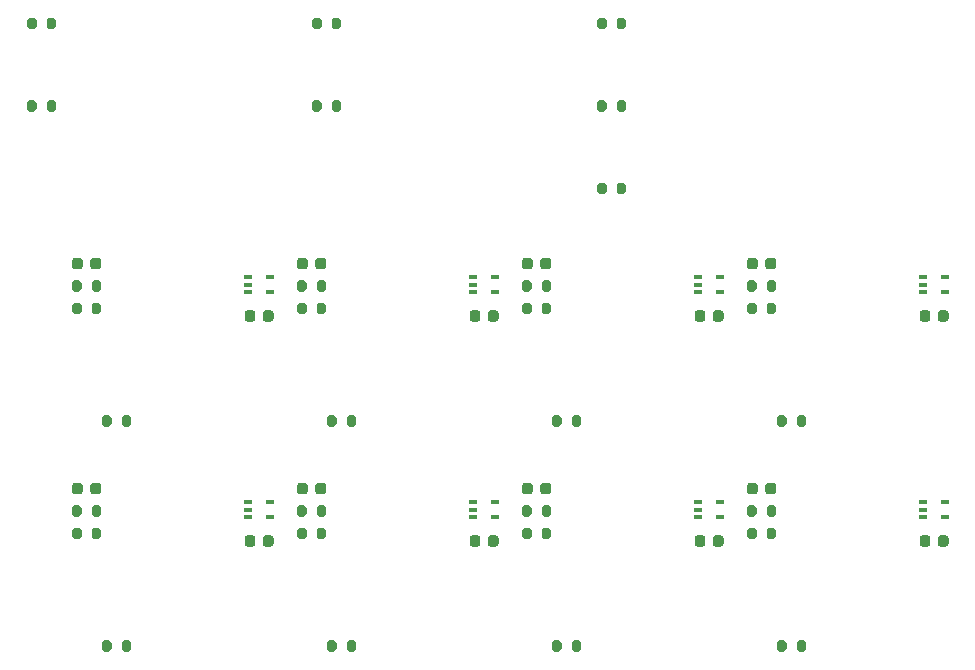
<source format=gbr>
%TF.GenerationSoftware,KiCad,Pcbnew,(5.1.9)-1*%
%TF.CreationDate,2021-05-31T11:25:02+02:00*%
%TF.ProjectId,RemoteCtrl,52656d6f-7465-4437-9472-6c2e6b696361,v0.1*%
%TF.SameCoordinates,Original*%
%TF.FileFunction,Paste,Bot*%
%TF.FilePolarity,Positive*%
%FSLAX46Y46*%
G04 Gerber Fmt 4.6, Leading zero omitted, Abs format (unit mm)*
G04 Created by KiCad (PCBNEW (5.1.9)-1) date 2021-05-31 11:25:02*
%MOMM*%
%LPD*%
G01*
G04 APERTURE LIST*
%ADD10R,0.650000X0.400000*%
G04 APERTURE END LIST*
D10*
%TO.C,U2*%
X123505000Y-91960000D03*
X123505000Y-90660000D03*
X121605000Y-91310000D03*
X121605000Y-90660000D03*
X121605000Y-91960000D03*
%TD*%
%TO.C,U5*%
X161605000Y-72910000D03*
X161605000Y-71610000D03*
X159705000Y-72260000D03*
X159705000Y-71610000D03*
X159705000Y-72910000D03*
%TD*%
%TO.C,C6*%
G36*
G01*
X141280000Y-74680000D02*
X141280000Y-75180000D01*
G75*
G02*
X141055000Y-75405000I-225000J0D01*
G01*
X140605000Y-75405000D01*
G75*
G02*
X140380000Y-75180000I0J225000D01*
G01*
X140380000Y-74680000D01*
G75*
G02*
X140605000Y-74455000I225000J0D01*
G01*
X141055000Y-74455000D01*
G75*
G02*
X141280000Y-74680000I0J-225000D01*
G01*
G37*
G36*
G01*
X142830000Y-74680000D02*
X142830000Y-75180000D01*
G75*
G02*
X142605000Y-75405000I-225000J0D01*
G01*
X142155000Y-75405000D01*
G75*
G02*
X141930000Y-75180000I0J225000D01*
G01*
X141930000Y-74680000D01*
G75*
G02*
X142155000Y-74455000I225000J0D01*
G01*
X142605000Y-74455000D01*
G75*
G02*
X142830000Y-74680000I0J-225000D01*
G01*
G37*
%TD*%
%TO.C,R2*%
G36*
G01*
X103715000Y-56875000D02*
X103715000Y-57425000D01*
G75*
G02*
X103515000Y-57625000I-200000J0D01*
G01*
X103115000Y-57625000D01*
G75*
G02*
X102915000Y-57425000I0J200000D01*
G01*
X102915000Y-56875000D01*
G75*
G02*
X103115000Y-56675000I200000J0D01*
G01*
X103515000Y-56675000D01*
G75*
G02*
X103715000Y-56875000I0J-200000D01*
G01*
G37*
G36*
G01*
X105365000Y-56875000D02*
X105365000Y-57425000D01*
G75*
G02*
X105165000Y-57625000I-200000J0D01*
G01*
X104765000Y-57625000D01*
G75*
G02*
X104565000Y-57425000I0J200000D01*
G01*
X104565000Y-56875000D01*
G75*
G02*
X104765000Y-56675000I200000J0D01*
G01*
X105165000Y-56675000D01*
G75*
G02*
X105365000Y-56875000I0J-200000D01*
G01*
G37*
%TD*%
%TO.C,R1*%
G36*
G01*
X103715000Y-49890000D02*
X103715000Y-50440000D01*
G75*
G02*
X103515000Y-50640000I-200000J0D01*
G01*
X103115000Y-50640000D01*
G75*
G02*
X102915000Y-50440000I0J200000D01*
G01*
X102915000Y-49890000D01*
G75*
G02*
X103115000Y-49690000I200000J0D01*
G01*
X103515000Y-49690000D01*
G75*
G02*
X103715000Y-49890000I0J-200000D01*
G01*
G37*
G36*
G01*
X105365000Y-49890000D02*
X105365000Y-50440000D01*
G75*
G02*
X105165000Y-50640000I-200000J0D01*
G01*
X104765000Y-50640000D01*
G75*
G02*
X104565000Y-50440000I0J200000D01*
G01*
X104565000Y-49890000D01*
G75*
G02*
X104765000Y-49690000I200000J0D01*
G01*
X105165000Y-49690000D01*
G75*
G02*
X105365000Y-49890000I0J-200000D01*
G01*
G37*
%TD*%
%TO.C,U8*%
X180655000Y-91960000D03*
X180655000Y-90660000D03*
X178755000Y-91310000D03*
X178755000Y-90660000D03*
X178755000Y-91960000D03*
%TD*%
%TO.C,U7*%
X180655000Y-72910000D03*
X180655000Y-71610000D03*
X178755000Y-72260000D03*
X178755000Y-71610000D03*
X178755000Y-72910000D03*
%TD*%
%TO.C,U6*%
X161605000Y-91960000D03*
X161605000Y-90660000D03*
X159705000Y-91310000D03*
X159705000Y-90660000D03*
X159705000Y-91960000D03*
%TD*%
%TO.C,U4*%
X142555000Y-91960000D03*
X142555000Y-90660000D03*
X140655000Y-91310000D03*
X140655000Y-90660000D03*
X140655000Y-91960000D03*
%TD*%
%TO.C,U3*%
X142555000Y-72910000D03*
X142555000Y-71610000D03*
X140655000Y-72260000D03*
X140655000Y-71610000D03*
X140655000Y-72910000D03*
%TD*%
%TO.C,U1*%
X123505000Y-72910000D03*
X123505000Y-71610000D03*
X121605000Y-72260000D03*
X121605000Y-71610000D03*
X121605000Y-72910000D03*
%TD*%
%TO.C,R35*%
G36*
G01*
X165525000Y-91715000D02*
X165525000Y-91165000D01*
G75*
G02*
X165725000Y-90965000I200000J0D01*
G01*
X166125000Y-90965000D01*
G75*
G02*
X166325000Y-91165000I0J-200000D01*
G01*
X166325000Y-91715000D01*
G75*
G02*
X166125000Y-91915000I-200000J0D01*
G01*
X165725000Y-91915000D01*
G75*
G02*
X165525000Y-91715000I0J200000D01*
G01*
G37*
G36*
G01*
X163875000Y-91715000D02*
X163875000Y-91165000D01*
G75*
G02*
X164075000Y-90965000I200000J0D01*
G01*
X164475000Y-90965000D01*
G75*
G02*
X164675000Y-91165000I0J-200000D01*
G01*
X164675000Y-91715000D01*
G75*
G02*
X164475000Y-91915000I-200000J0D01*
G01*
X164075000Y-91915000D01*
G75*
G02*
X163875000Y-91715000I0J200000D01*
G01*
G37*
%TD*%
%TO.C,R34*%
G36*
G01*
X165525000Y-93620000D02*
X165525000Y-93070000D01*
G75*
G02*
X165725000Y-92870000I200000J0D01*
G01*
X166125000Y-92870000D01*
G75*
G02*
X166325000Y-93070000I0J-200000D01*
G01*
X166325000Y-93620000D01*
G75*
G02*
X166125000Y-93820000I-200000J0D01*
G01*
X165725000Y-93820000D01*
G75*
G02*
X165525000Y-93620000I0J200000D01*
G01*
G37*
G36*
G01*
X163875000Y-93620000D02*
X163875000Y-93070000D01*
G75*
G02*
X164075000Y-92870000I200000J0D01*
G01*
X164475000Y-92870000D01*
G75*
G02*
X164675000Y-93070000I0J-200000D01*
G01*
X164675000Y-93620000D01*
G75*
G02*
X164475000Y-93820000I-200000J0D01*
G01*
X164075000Y-93820000D01*
G75*
G02*
X163875000Y-93620000I0J200000D01*
G01*
G37*
%TD*%
%TO.C,R33*%
G36*
G01*
X167215000Y-102595000D02*
X167215000Y-103145000D01*
G75*
G02*
X167015000Y-103345000I-200000J0D01*
G01*
X166615000Y-103345000D01*
G75*
G02*
X166415000Y-103145000I0J200000D01*
G01*
X166415000Y-102595000D01*
G75*
G02*
X166615000Y-102395000I200000J0D01*
G01*
X167015000Y-102395000D01*
G75*
G02*
X167215000Y-102595000I0J-200000D01*
G01*
G37*
G36*
G01*
X168865000Y-102595000D02*
X168865000Y-103145000D01*
G75*
G02*
X168665000Y-103345000I-200000J0D01*
G01*
X168265000Y-103345000D01*
G75*
G02*
X168065000Y-103145000I0J200000D01*
G01*
X168065000Y-102595000D01*
G75*
G02*
X168265000Y-102395000I200000J0D01*
G01*
X168665000Y-102395000D01*
G75*
G02*
X168865000Y-102595000I0J-200000D01*
G01*
G37*
%TD*%
%TO.C,R32*%
G36*
G01*
X165525000Y-72665000D02*
X165525000Y-72115000D01*
G75*
G02*
X165725000Y-71915000I200000J0D01*
G01*
X166125000Y-71915000D01*
G75*
G02*
X166325000Y-72115000I0J-200000D01*
G01*
X166325000Y-72665000D01*
G75*
G02*
X166125000Y-72865000I-200000J0D01*
G01*
X165725000Y-72865000D01*
G75*
G02*
X165525000Y-72665000I0J200000D01*
G01*
G37*
G36*
G01*
X163875000Y-72665000D02*
X163875000Y-72115000D01*
G75*
G02*
X164075000Y-71915000I200000J0D01*
G01*
X164475000Y-71915000D01*
G75*
G02*
X164675000Y-72115000I0J-200000D01*
G01*
X164675000Y-72665000D01*
G75*
G02*
X164475000Y-72865000I-200000J0D01*
G01*
X164075000Y-72865000D01*
G75*
G02*
X163875000Y-72665000I0J200000D01*
G01*
G37*
%TD*%
%TO.C,R31*%
G36*
G01*
X165525000Y-74570000D02*
X165525000Y-74020000D01*
G75*
G02*
X165725000Y-73820000I200000J0D01*
G01*
X166125000Y-73820000D01*
G75*
G02*
X166325000Y-74020000I0J-200000D01*
G01*
X166325000Y-74570000D01*
G75*
G02*
X166125000Y-74770000I-200000J0D01*
G01*
X165725000Y-74770000D01*
G75*
G02*
X165525000Y-74570000I0J200000D01*
G01*
G37*
G36*
G01*
X163875000Y-74570000D02*
X163875000Y-74020000D01*
G75*
G02*
X164075000Y-73820000I200000J0D01*
G01*
X164475000Y-73820000D01*
G75*
G02*
X164675000Y-74020000I0J-200000D01*
G01*
X164675000Y-74570000D01*
G75*
G02*
X164475000Y-74770000I-200000J0D01*
G01*
X164075000Y-74770000D01*
G75*
G02*
X163875000Y-74570000I0J200000D01*
G01*
G37*
%TD*%
%TO.C,R30*%
G36*
G01*
X167215000Y-83545000D02*
X167215000Y-84095000D01*
G75*
G02*
X167015000Y-84295000I-200000J0D01*
G01*
X166615000Y-84295000D01*
G75*
G02*
X166415000Y-84095000I0J200000D01*
G01*
X166415000Y-83545000D01*
G75*
G02*
X166615000Y-83345000I200000J0D01*
G01*
X167015000Y-83345000D01*
G75*
G02*
X167215000Y-83545000I0J-200000D01*
G01*
G37*
G36*
G01*
X168865000Y-83545000D02*
X168865000Y-84095000D01*
G75*
G02*
X168665000Y-84295000I-200000J0D01*
G01*
X168265000Y-84295000D01*
G75*
G02*
X168065000Y-84095000I0J200000D01*
G01*
X168065000Y-83545000D01*
G75*
G02*
X168265000Y-83345000I200000J0D01*
G01*
X168665000Y-83345000D01*
G75*
G02*
X168865000Y-83545000I0J-200000D01*
G01*
G37*
%TD*%
%TO.C,R29*%
G36*
G01*
X146475000Y-91715000D02*
X146475000Y-91165000D01*
G75*
G02*
X146675000Y-90965000I200000J0D01*
G01*
X147075000Y-90965000D01*
G75*
G02*
X147275000Y-91165000I0J-200000D01*
G01*
X147275000Y-91715000D01*
G75*
G02*
X147075000Y-91915000I-200000J0D01*
G01*
X146675000Y-91915000D01*
G75*
G02*
X146475000Y-91715000I0J200000D01*
G01*
G37*
G36*
G01*
X144825000Y-91715000D02*
X144825000Y-91165000D01*
G75*
G02*
X145025000Y-90965000I200000J0D01*
G01*
X145425000Y-90965000D01*
G75*
G02*
X145625000Y-91165000I0J-200000D01*
G01*
X145625000Y-91715000D01*
G75*
G02*
X145425000Y-91915000I-200000J0D01*
G01*
X145025000Y-91915000D01*
G75*
G02*
X144825000Y-91715000I0J200000D01*
G01*
G37*
%TD*%
%TO.C,R28*%
G36*
G01*
X146475000Y-93620000D02*
X146475000Y-93070000D01*
G75*
G02*
X146675000Y-92870000I200000J0D01*
G01*
X147075000Y-92870000D01*
G75*
G02*
X147275000Y-93070000I0J-200000D01*
G01*
X147275000Y-93620000D01*
G75*
G02*
X147075000Y-93820000I-200000J0D01*
G01*
X146675000Y-93820000D01*
G75*
G02*
X146475000Y-93620000I0J200000D01*
G01*
G37*
G36*
G01*
X144825000Y-93620000D02*
X144825000Y-93070000D01*
G75*
G02*
X145025000Y-92870000I200000J0D01*
G01*
X145425000Y-92870000D01*
G75*
G02*
X145625000Y-93070000I0J-200000D01*
G01*
X145625000Y-93620000D01*
G75*
G02*
X145425000Y-93820000I-200000J0D01*
G01*
X145025000Y-93820000D01*
G75*
G02*
X144825000Y-93620000I0J200000D01*
G01*
G37*
%TD*%
%TO.C,R27*%
G36*
G01*
X148165000Y-102595000D02*
X148165000Y-103145000D01*
G75*
G02*
X147965000Y-103345000I-200000J0D01*
G01*
X147565000Y-103345000D01*
G75*
G02*
X147365000Y-103145000I0J200000D01*
G01*
X147365000Y-102595000D01*
G75*
G02*
X147565000Y-102395000I200000J0D01*
G01*
X147965000Y-102395000D01*
G75*
G02*
X148165000Y-102595000I0J-200000D01*
G01*
G37*
G36*
G01*
X149815000Y-102595000D02*
X149815000Y-103145000D01*
G75*
G02*
X149615000Y-103345000I-200000J0D01*
G01*
X149215000Y-103345000D01*
G75*
G02*
X149015000Y-103145000I0J200000D01*
G01*
X149015000Y-102595000D01*
G75*
G02*
X149215000Y-102395000I200000J0D01*
G01*
X149615000Y-102395000D01*
G75*
G02*
X149815000Y-102595000I0J-200000D01*
G01*
G37*
%TD*%
%TO.C,R26*%
G36*
G01*
X146475000Y-72665000D02*
X146475000Y-72115000D01*
G75*
G02*
X146675000Y-71915000I200000J0D01*
G01*
X147075000Y-71915000D01*
G75*
G02*
X147275000Y-72115000I0J-200000D01*
G01*
X147275000Y-72665000D01*
G75*
G02*
X147075000Y-72865000I-200000J0D01*
G01*
X146675000Y-72865000D01*
G75*
G02*
X146475000Y-72665000I0J200000D01*
G01*
G37*
G36*
G01*
X144825000Y-72665000D02*
X144825000Y-72115000D01*
G75*
G02*
X145025000Y-71915000I200000J0D01*
G01*
X145425000Y-71915000D01*
G75*
G02*
X145625000Y-72115000I0J-200000D01*
G01*
X145625000Y-72665000D01*
G75*
G02*
X145425000Y-72865000I-200000J0D01*
G01*
X145025000Y-72865000D01*
G75*
G02*
X144825000Y-72665000I0J200000D01*
G01*
G37*
%TD*%
%TO.C,R25*%
G36*
G01*
X146475000Y-74570000D02*
X146475000Y-74020000D01*
G75*
G02*
X146675000Y-73820000I200000J0D01*
G01*
X147075000Y-73820000D01*
G75*
G02*
X147275000Y-74020000I0J-200000D01*
G01*
X147275000Y-74570000D01*
G75*
G02*
X147075000Y-74770000I-200000J0D01*
G01*
X146675000Y-74770000D01*
G75*
G02*
X146475000Y-74570000I0J200000D01*
G01*
G37*
G36*
G01*
X144825000Y-74570000D02*
X144825000Y-74020000D01*
G75*
G02*
X145025000Y-73820000I200000J0D01*
G01*
X145425000Y-73820000D01*
G75*
G02*
X145625000Y-74020000I0J-200000D01*
G01*
X145625000Y-74570000D01*
G75*
G02*
X145425000Y-74770000I-200000J0D01*
G01*
X145025000Y-74770000D01*
G75*
G02*
X144825000Y-74570000I0J200000D01*
G01*
G37*
%TD*%
%TO.C,R24*%
G36*
G01*
X148165000Y-83545000D02*
X148165000Y-84095000D01*
G75*
G02*
X147965000Y-84295000I-200000J0D01*
G01*
X147565000Y-84295000D01*
G75*
G02*
X147365000Y-84095000I0J200000D01*
G01*
X147365000Y-83545000D01*
G75*
G02*
X147565000Y-83345000I200000J0D01*
G01*
X147965000Y-83345000D01*
G75*
G02*
X148165000Y-83545000I0J-200000D01*
G01*
G37*
G36*
G01*
X149815000Y-83545000D02*
X149815000Y-84095000D01*
G75*
G02*
X149615000Y-84295000I-200000J0D01*
G01*
X149215000Y-84295000D01*
G75*
G02*
X149015000Y-84095000I0J200000D01*
G01*
X149015000Y-83545000D01*
G75*
G02*
X149215000Y-83345000I200000J0D01*
G01*
X149615000Y-83345000D01*
G75*
G02*
X149815000Y-83545000I0J-200000D01*
G01*
G37*
%TD*%
%TO.C,R23*%
G36*
G01*
X127425000Y-91715000D02*
X127425000Y-91165000D01*
G75*
G02*
X127625000Y-90965000I200000J0D01*
G01*
X128025000Y-90965000D01*
G75*
G02*
X128225000Y-91165000I0J-200000D01*
G01*
X128225000Y-91715000D01*
G75*
G02*
X128025000Y-91915000I-200000J0D01*
G01*
X127625000Y-91915000D01*
G75*
G02*
X127425000Y-91715000I0J200000D01*
G01*
G37*
G36*
G01*
X125775000Y-91715000D02*
X125775000Y-91165000D01*
G75*
G02*
X125975000Y-90965000I200000J0D01*
G01*
X126375000Y-90965000D01*
G75*
G02*
X126575000Y-91165000I0J-200000D01*
G01*
X126575000Y-91715000D01*
G75*
G02*
X126375000Y-91915000I-200000J0D01*
G01*
X125975000Y-91915000D01*
G75*
G02*
X125775000Y-91715000I0J200000D01*
G01*
G37*
%TD*%
%TO.C,R22*%
G36*
G01*
X127425000Y-93620000D02*
X127425000Y-93070000D01*
G75*
G02*
X127625000Y-92870000I200000J0D01*
G01*
X128025000Y-92870000D01*
G75*
G02*
X128225000Y-93070000I0J-200000D01*
G01*
X128225000Y-93620000D01*
G75*
G02*
X128025000Y-93820000I-200000J0D01*
G01*
X127625000Y-93820000D01*
G75*
G02*
X127425000Y-93620000I0J200000D01*
G01*
G37*
G36*
G01*
X125775000Y-93620000D02*
X125775000Y-93070000D01*
G75*
G02*
X125975000Y-92870000I200000J0D01*
G01*
X126375000Y-92870000D01*
G75*
G02*
X126575000Y-93070000I0J-200000D01*
G01*
X126575000Y-93620000D01*
G75*
G02*
X126375000Y-93820000I-200000J0D01*
G01*
X125975000Y-93820000D01*
G75*
G02*
X125775000Y-93620000I0J200000D01*
G01*
G37*
%TD*%
%TO.C,R21*%
G36*
G01*
X129115000Y-102595000D02*
X129115000Y-103145000D01*
G75*
G02*
X128915000Y-103345000I-200000J0D01*
G01*
X128515000Y-103345000D01*
G75*
G02*
X128315000Y-103145000I0J200000D01*
G01*
X128315000Y-102595000D01*
G75*
G02*
X128515000Y-102395000I200000J0D01*
G01*
X128915000Y-102395000D01*
G75*
G02*
X129115000Y-102595000I0J-200000D01*
G01*
G37*
G36*
G01*
X130765000Y-102595000D02*
X130765000Y-103145000D01*
G75*
G02*
X130565000Y-103345000I-200000J0D01*
G01*
X130165000Y-103345000D01*
G75*
G02*
X129965000Y-103145000I0J200000D01*
G01*
X129965000Y-102595000D01*
G75*
G02*
X130165000Y-102395000I200000J0D01*
G01*
X130565000Y-102395000D01*
G75*
G02*
X130765000Y-102595000I0J-200000D01*
G01*
G37*
%TD*%
%TO.C,R20*%
G36*
G01*
X127425000Y-72665000D02*
X127425000Y-72115000D01*
G75*
G02*
X127625000Y-71915000I200000J0D01*
G01*
X128025000Y-71915000D01*
G75*
G02*
X128225000Y-72115000I0J-200000D01*
G01*
X128225000Y-72665000D01*
G75*
G02*
X128025000Y-72865000I-200000J0D01*
G01*
X127625000Y-72865000D01*
G75*
G02*
X127425000Y-72665000I0J200000D01*
G01*
G37*
G36*
G01*
X125775000Y-72665000D02*
X125775000Y-72115000D01*
G75*
G02*
X125975000Y-71915000I200000J0D01*
G01*
X126375000Y-71915000D01*
G75*
G02*
X126575000Y-72115000I0J-200000D01*
G01*
X126575000Y-72665000D01*
G75*
G02*
X126375000Y-72865000I-200000J0D01*
G01*
X125975000Y-72865000D01*
G75*
G02*
X125775000Y-72665000I0J200000D01*
G01*
G37*
%TD*%
%TO.C,R19*%
G36*
G01*
X127425000Y-74570000D02*
X127425000Y-74020000D01*
G75*
G02*
X127625000Y-73820000I200000J0D01*
G01*
X128025000Y-73820000D01*
G75*
G02*
X128225000Y-74020000I0J-200000D01*
G01*
X128225000Y-74570000D01*
G75*
G02*
X128025000Y-74770000I-200000J0D01*
G01*
X127625000Y-74770000D01*
G75*
G02*
X127425000Y-74570000I0J200000D01*
G01*
G37*
G36*
G01*
X125775000Y-74570000D02*
X125775000Y-74020000D01*
G75*
G02*
X125975000Y-73820000I200000J0D01*
G01*
X126375000Y-73820000D01*
G75*
G02*
X126575000Y-74020000I0J-200000D01*
G01*
X126575000Y-74570000D01*
G75*
G02*
X126375000Y-74770000I-200000J0D01*
G01*
X125975000Y-74770000D01*
G75*
G02*
X125775000Y-74570000I0J200000D01*
G01*
G37*
%TD*%
%TO.C,R18*%
G36*
G01*
X129115000Y-83545000D02*
X129115000Y-84095000D01*
G75*
G02*
X128915000Y-84295000I-200000J0D01*
G01*
X128515000Y-84295000D01*
G75*
G02*
X128315000Y-84095000I0J200000D01*
G01*
X128315000Y-83545000D01*
G75*
G02*
X128515000Y-83345000I200000J0D01*
G01*
X128915000Y-83345000D01*
G75*
G02*
X129115000Y-83545000I0J-200000D01*
G01*
G37*
G36*
G01*
X130765000Y-83545000D02*
X130765000Y-84095000D01*
G75*
G02*
X130565000Y-84295000I-200000J0D01*
G01*
X130165000Y-84295000D01*
G75*
G02*
X129965000Y-84095000I0J200000D01*
G01*
X129965000Y-83545000D01*
G75*
G02*
X130165000Y-83345000I200000J0D01*
G01*
X130565000Y-83345000D01*
G75*
G02*
X130765000Y-83545000I0J-200000D01*
G01*
G37*
%TD*%
%TO.C,R17*%
G36*
G01*
X108375000Y-91715000D02*
X108375000Y-91165000D01*
G75*
G02*
X108575000Y-90965000I200000J0D01*
G01*
X108975000Y-90965000D01*
G75*
G02*
X109175000Y-91165000I0J-200000D01*
G01*
X109175000Y-91715000D01*
G75*
G02*
X108975000Y-91915000I-200000J0D01*
G01*
X108575000Y-91915000D01*
G75*
G02*
X108375000Y-91715000I0J200000D01*
G01*
G37*
G36*
G01*
X106725000Y-91715000D02*
X106725000Y-91165000D01*
G75*
G02*
X106925000Y-90965000I200000J0D01*
G01*
X107325000Y-90965000D01*
G75*
G02*
X107525000Y-91165000I0J-200000D01*
G01*
X107525000Y-91715000D01*
G75*
G02*
X107325000Y-91915000I-200000J0D01*
G01*
X106925000Y-91915000D01*
G75*
G02*
X106725000Y-91715000I0J200000D01*
G01*
G37*
%TD*%
%TO.C,R16*%
G36*
G01*
X108375000Y-93620000D02*
X108375000Y-93070000D01*
G75*
G02*
X108575000Y-92870000I200000J0D01*
G01*
X108975000Y-92870000D01*
G75*
G02*
X109175000Y-93070000I0J-200000D01*
G01*
X109175000Y-93620000D01*
G75*
G02*
X108975000Y-93820000I-200000J0D01*
G01*
X108575000Y-93820000D01*
G75*
G02*
X108375000Y-93620000I0J200000D01*
G01*
G37*
G36*
G01*
X106725000Y-93620000D02*
X106725000Y-93070000D01*
G75*
G02*
X106925000Y-92870000I200000J0D01*
G01*
X107325000Y-92870000D01*
G75*
G02*
X107525000Y-93070000I0J-200000D01*
G01*
X107525000Y-93620000D01*
G75*
G02*
X107325000Y-93820000I-200000J0D01*
G01*
X106925000Y-93820000D01*
G75*
G02*
X106725000Y-93620000I0J200000D01*
G01*
G37*
%TD*%
%TO.C,R15*%
G36*
G01*
X110065000Y-102595000D02*
X110065000Y-103145000D01*
G75*
G02*
X109865000Y-103345000I-200000J0D01*
G01*
X109465000Y-103345000D01*
G75*
G02*
X109265000Y-103145000I0J200000D01*
G01*
X109265000Y-102595000D01*
G75*
G02*
X109465000Y-102395000I200000J0D01*
G01*
X109865000Y-102395000D01*
G75*
G02*
X110065000Y-102595000I0J-200000D01*
G01*
G37*
G36*
G01*
X111715000Y-102595000D02*
X111715000Y-103145000D01*
G75*
G02*
X111515000Y-103345000I-200000J0D01*
G01*
X111115000Y-103345000D01*
G75*
G02*
X110915000Y-103145000I0J200000D01*
G01*
X110915000Y-102595000D01*
G75*
G02*
X111115000Y-102395000I200000J0D01*
G01*
X111515000Y-102395000D01*
G75*
G02*
X111715000Y-102595000I0J-200000D01*
G01*
G37*
%TD*%
%TO.C,R14*%
G36*
G01*
X108375000Y-72665000D02*
X108375000Y-72115000D01*
G75*
G02*
X108575000Y-71915000I200000J0D01*
G01*
X108975000Y-71915000D01*
G75*
G02*
X109175000Y-72115000I0J-200000D01*
G01*
X109175000Y-72665000D01*
G75*
G02*
X108975000Y-72865000I-200000J0D01*
G01*
X108575000Y-72865000D01*
G75*
G02*
X108375000Y-72665000I0J200000D01*
G01*
G37*
G36*
G01*
X106725000Y-72665000D02*
X106725000Y-72115000D01*
G75*
G02*
X106925000Y-71915000I200000J0D01*
G01*
X107325000Y-71915000D01*
G75*
G02*
X107525000Y-72115000I0J-200000D01*
G01*
X107525000Y-72665000D01*
G75*
G02*
X107325000Y-72865000I-200000J0D01*
G01*
X106925000Y-72865000D01*
G75*
G02*
X106725000Y-72665000I0J200000D01*
G01*
G37*
%TD*%
%TO.C,R13*%
G36*
G01*
X108375000Y-74570000D02*
X108375000Y-74020000D01*
G75*
G02*
X108575000Y-73820000I200000J0D01*
G01*
X108975000Y-73820000D01*
G75*
G02*
X109175000Y-74020000I0J-200000D01*
G01*
X109175000Y-74570000D01*
G75*
G02*
X108975000Y-74770000I-200000J0D01*
G01*
X108575000Y-74770000D01*
G75*
G02*
X108375000Y-74570000I0J200000D01*
G01*
G37*
G36*
G01*
X106725000Y-74570000D02*
X106725000Y-74020000D01*
G75*
G02*
X106925000Y-73820000I200000J0D01*
G01*
X107325000Y-73820000D01*
G75*
G02*
X107525000Y-74020000I0J-200000D01*
G01*
X107525000Y-74570000D01*
G75*
G02*
X107325000Y-74770000I-200000J0D01*
G01*
X106925000Y-74770000D01*
G75*
G02*
X106725000Y-74570000I0J200000D01*
G01*
G37*
%TD*%
%TO.C,R12*%
G36*
G01*
X110065000Y-83545000D02*
X110065000Y-84095000D01*
G75*
G02*
X109865000Y-84295000I-200000J0D01*
G01*
X109465000Y-84295000D01*
G75*
G02*
X109265000Y-84095000I0J200000D01*
G01*
X109265000Y-83545000D01*
G75*
G02*
X109465000Y-83345000I200000J0D01*
G01*
X109865000Y-83345000D01*
G75*
G02*
X110065000Y-83545000I0J-200000D01*
G01*
G37*
G36*
G01*
X111715000Y-83545000D02*
X111715000Y-84095000D01*
G75*
G02*
X111515000Y-84295000I-200000J0D01*
G01*
X111115000Y-84295000D01*
G75*
G02*
X110915000Y-84095000I0J200000D01*
G01*
X110915000Y-83545000D01*
G75*
G02*
X111115000Y-83345000I200000J0D01*
G01*
X111515000Y-83345000D01*
G75*
G02*
X111715000Y-83545000I0J-200000D01*
G01*
G37*
%TD*%
%TO.C,R11*%
G36*
G01*
X151975000Y-63860000D02*
X151975000Y-64410000D01*
G75*
G02*
X151775000Y-64610000I-200000J0D01*
G01*
X151375000Y-64610000D01*
G75*
G02*
X151175000Y-64410000I0J200000D01*
G01*
X151175000Y-63860000D01*
G75*
G02*
X151375000Y-63660000I200000J0D01*
G01*
X151775000Y-63660000D01*
G75*
G02*
X151975000Y-63860000I0J-200000D01*
G01*
G37*
G36*
G01*
X153625000Y-63860000D02*
X153625000Y-64410000D01*
G75*
G02*
X153425000Y-64610000I-200000J0D01*
G01*
X153025000Y-64610000D01*
G75*
G02*
X152825000Y-64410000I0J200000D01*
G01*
X152825000Y-63860000D01*
G75*
G02*
X153025000Y-63660000I200000J0D01*
G01*
X153425000Y-63660000D01*
G75*
G02*
X153625000Y-63860000I0J-200000D01*
G01*
G37*
%TD*%
%TO.C,R10*%
G36*
G01*
X151975000Y-56875000D02*
X151975000Y-57425000D01*
G75*
G02*
X151775000Y-57625000I-200000J0D01*
G01*
X151375000Y-57625000D01*
G75*
G02*
X151175000Y-57425000I0J200000D01*
G01*
X151175000Y-56875000D01*
G75*
G02*
X151375000Y-56675000I200000J0D01*
G01*
X151775000Y-56675000D01*
G75*
G02*
X151975000Y-56875000I0J-200000D01*
G01*
G37*
G36*
G01*
X153625000Y-56875000D02*
X153625000Y-57425000D01*
G75*
G02*
X153425000Y-57625000I-200000J0D01*
G01*
X153025000Y-57625000D01*
G75*
G02*
X152825000Y-57425000I0J200000D01*
G01*
X152825000Y-56875000D01*
G75*
G02*
X153025000Y-56675000I200000J0D01*
G01*
X153425000Y-56675000D01*
G75*
G02*
X153625000Y-56875000I0J-200000D01*
G01*
G37*
%TD*%
%TO.C,R9*%
G36*
G01*
X151975000Y-49890000D02*
X151975000Y-50440000D01*
G75*
G02*
X151775000Y-50640000I-200000J0D01*
G01*
X151375000Y-50640000D01*
G75*
G02*
X151175000Y-50440000I0J200000D01*
G01*
X151175000Y-49890000D01*
G75*
G02*
X151375000Y-49690000I200000J0D01*
G01*
X151775000Y-49690000D01*
G75*
G02*
X151975000Y-49890000I0J-200000D01*
G01*
G37*
G36*
G01*
X153625000Y-49890000D02*
X153625000Y-50440000D01*
G75*
G02*
X153425000Y-50640000I-200000J0D01*
G01*
X153025000Y-50640000D01*
G75*
G02*
X152825000Y-50440000I0J200000D01*
G01*
X152825000Y-49890000D01*
G75*
G02*
X153025000Y-49690000I200000J0D01*
G01*
X153425000Y-49690000D01*
G75*
G02*
X153625000Y-49890000I0J-200000D01*
G01*
G37*
%TD*%
%TO.C,R8*%
G36*
G01*
X127845000Y-49890000D02*
X127845000Y-50440000D01*
G75*
G02*
X127645000Y-50640000I-200000J0D01*
G01*
X127245000Y-50640000D01*
G75*
G02*
X127045000Y-50440000I0J200000D01*
G01*
X127045000Y-49890000D01*
G75*
G02*
X127245000Y-49690000I200000J0D01*
G01*
X127645000Y-49690000D01*
G75*
G02*
X127845000Y-49890000I0J-200000D01*
G01*
G37*
G36*
G01*
X129495000Y-49890000D02*
X129495000Y-50440000D01*
G75*
G02*
X129295000Y-50640000I-200000J0D01*
G01*
X128895000Y-50640000D01*
G75*
G02*
X128695000Y-50440000I0J200000D01*
G01*
X128695000Y-49890000D01*
G75*
G02*
X128895000Y-49690000I200000J0D01*
G01*
X129295000Y-49690000D01*
G75*
G02*
X129495000Y-49890000I0J-200000D01*
G01*
G37*
%TD*%
%TO.C,R7*%
G36*
G01*
X127845000Y-56875000D02*
X127845000Y-57425000D01*
G75*
G02*
X127645000Y-57625000I-200000J0D01*
G01*
X127245000Y-57625000D01*
G75*
G02*
X127045000Y-57425000I0J200000D01*
G01*
X127045000Y-56875000D01*
G75*
G02*
X127245000Y-56675000I200000J0D01*
G01*
X127645000Y-56675000D01*
G75*
G02*
X127845000Y-56875000I0J-200000D01*
G01*
G37*
G36*
G01*
X129495000Y-56875000D02*
X129495000Y-57425000D01*
G75*
G02*
X129295000Y-57625000I-200000J0D01*
G01*
X128895000Y-57625000D01*
G75*
G02*
X128695000Y-57425000I0J200000D01*
G01*
X128695000Y-56875000D01*
G75*
G02*
X128895000Y-56675000I200000J0D01*
G01*
X129295000Y-56675000D01*
G75*
G02*
X129495000Y-56875000I0J-200000D01*
G01*
G37*
%TD*%
%TO.C,C16*%
G36*
G01*
X179380000Y-93730000D02*
X179380000Y-94230000D01*
G75*
G02*
X179155000Y-94455000I-225000J0D01*
G01*
X178705000Y-94455000D01*
G75*
G02*
X178480000Y-94230000I0J225000D01*
G01*
X178480000Y-93730000D01*
G75*
G02*
X178705000Y-93505000I225000J0D01*
G01*
X179155000Y-93505000D01*
G75*
G02*
X179380000Y-93730000I0J-225000D01*
G01*
G37*
G36*
G01*
X180930000Y-93730000D02*
X180930000Y-94230000D01*
G75*
G02*
X180705000Y-94455000I-225000J0D01*
G01*
X180255000Y-94455000D01*
G75*
G02*
X180030000Y-94230000I0J225000D01*
G01*
X180030000Y-93730000D01*
G75*
G02*
X180255000Y-93505000I225000J0D01*
G01*
X180705000Y-93505000D01*
G75*
G02*
X180930000Y-93730000I0J-225000D01*
G01*
G37*
%TD*%
%TO.C,C15*%
G36*
G01*
X165425000Y-89785000D02*
X165425000Y-89285000D01*
G75*
G02*
X165650000Y-89060000I225000J0D01*
G01*
X166100000Y-89060000D01*
G75*
G02*
X166325000Y-89285000I0J-225000D01*
G01*
X166325000Y-89785000D01*
G75*
G02*
X166100000Y-90010000I-225000J0D01*
G01*
X165650000Y-90010000D01*
G75*
G02*
X165425000Y-89785000I0J225000D01*
G01*
G37*
G36*
G01*
X163875000Y-89785000D02*
X163875000Y-89285000D01*
G75*
G02*
X164100000Y-89060000I225000J0D01*
G01*
X164550000Y-89060000D01*
G75*
G02*
X164775000Y-89285000I0J-225000D01*
G01*
X164775000Y-89785000D01*
G75*
G02*
X164550000Y-90010000I-225000J0D01*
G01*
X164100000Y-90010000D01*
G75*
G02*
X163875000Y-89785000I0J225000D01*
G01*
G37*
%TD*%
%TO.C,C14*%
G36*
G01*
X179380000Y-74680000D02*
X179380000Y-75180000D01*
G75*
G02*
X179155000Y-75405000I-225000J0D01*
G01*
X178705000Y-75405000D01*
G75*
G02*
X178480000Y-75180000I0J225000D01*
G01*
X178480000Y-74680000D01*
G75*
G02*
X178705000Y-74455000I225000J0D01*
G01*
X179155000Y-74455000D01*
G75*
G02*
X179380000Y-74680000I0J-225000D01*
G01*
G37*
G36*
G01*
X180930000Y-74680000D02*
X180930000Y-75180000D01*
G75*
G02*
X180705000Y-75405000I-225000J0D01*
G01*
X180255000Y-75405000D01*
G75*
G02*
X180030000Y-75180000I0J225000D01*
G01*
X180030000Y-74680000D01*
G75*
G02*
X180255000Y-74455000I225000J0D01*
G01*
X180705000Y-74455000D01*
G75*
G02*
X180930000Y-74680000I0J-225000D01*
G01*
G37*
%TD*%
%TO.C,C13*%
G36*
G01*
X165425000Y-70735000D02*
X165425000Y-70235000D01*
G75*
G02*
X165650000Y-70010000I225000J0D01*
G01*
X166100000Y-70010000D01*
G75*
G02*
X166325000Y-70235000I0J-225000D01*
G01*
X166325000Y-70735000D01*
G75*
G02*
X166100000Y-70960000I-225000J0D01*
G01*
X165650000Y-70960000D01*
G75*
G02*
X165425000Y-70735000I0J225000D01*
G01*
G37*
G36*
G01*
X163875000Y-70735000D02*
X163875000Y-70235000D01*
G75*
G02*
X164100000Y-70010000I225000J0D01*
G01*
X164550000Y-70010000D01*
G75*
G02*
X164775000Y-70235000I0J-225000D01*
G01*
X164775000Y-70735000D01*
G75*
G02*
X164550000Y-70960000I-225000J0D01*
G01*
X164100000Y-70960000D01*
G75*
G02*
X163875000Y-70735000I0J225000D01*
G01*
G37*
%TD*%
%TO.C,C12*%
G36*
G01*
X160330000Y-93730000D02*
X160330000Y-94230000D01*
G75*
G02*
X160105000Y-94455000I-225000J0D01*
G01*
X159655000Y-94455000D01*
G75*
G02*
X159430000Y-94230000I0J225000D01*
G01*
X159430000Y-93730000D01*
G75*
G02*
X159655000Y-93505000I225000J0D01*
G01*
X160105000Y-93505000D01*
G75*
G02*
X160330000Y-93730000I0J-225000D01*
G01*
G37*
G36*
G01*
X161880000Y-93730000D02*
X161880000Y-94230000D01*
G75*
G02*
X161655000Y-94455000I-225000J0D01*
G01*
X161205000Y-94455000D01*
G75*
G02*
X160980000Y-94230000I0J225000D01*
G01*
X160980000Y-93730000D01*
G75*
G02*
X161205000Y-93505000I225000J0D01*
G01*
X161655000Y-93505000D01*
G75*
G02*
X161880000Y-93730000I0J-225000D01*
G01*
G37*
%TD*%
%TO.C,C11*%
G36*
G01*
X146375000Y-89785000D02*
X146375000Y-89285000D01*
G75*
G02*
X146600000Y-89060000I225000J0D01*
G01*
X147050000Y-89060000D01*
G75*
G02*
X147275000Y-89285000I0J-225000D01*
G01*
X147275000Y-89785000D01*
G75*
G02*
X147050000Y-90010000I-225000J0D01*
G01*
X146600000Y-90010000D01*
G75*
G02*
X146375000Y-89785000I0J225000D01*
G01*
G37*
G36*
G01*
X144825000Y-89785000D02*
X144825000Y-89285000D01*
G75*
G02*
X145050000Y-89060000I225000J0D01*
G01*
X145500000Y-89060000D01*
G75*
G02*
X145725000Y-89285000I0J-225000D01*
G01*
X145725000Y-89785000D01*
G75*
G02*
X145500000Y-90010000I-225000J0D01*
G01*
X145050000Y-90010000D01*
G75*
G02*
X144825000Y-89785000I0J225000D01*
G01*
G37*
%TD*%
%TO.C,C10*%
G36*
G01*
X160330000Y-74680000D02*
X160330000Y-75180000D01*
G75*
G02*
X160105000Y-75405000I-225000J0D01*
G01*
X159655000Y-75405000D01*
G75*
G02*
X159430000Y-75180000I0J225000D01*
G01*
X159430000Y-74680000D01*
G75*
G02*
X159655000Y-74455000I225000J0D01*
G01*
X160105000Y-74455000D01*
G75*
G02*
X160330000Y-74680000I0J-225000D01*
G01*
G37*
G36*
G01*
X161880000Y-74680000D02*
X161880000Y-75180000D01*
G75*
G02*
X161655000Y-75405000I-225000J0D01*
G01*
X161205000Y-75405000D01*
G75*
G02*
X160980000Y-75180000I0J225000D01*
G01*
X160980000Y-74680000D01*
G75*
G02*
X161205000Y-74455000I225000J0D01*
G01*
X161655000Y-74455000D01*
G75*
G02*
X161880000Y-74680000I0J-225000D01*
G01*
G37*
%TD*%
%TO.C,C9*%
G36*
G01*
X146375000Y-70735000D02*
X146375000Y-70235000D01*
G75*
G02*
X146600000Y-70010000I225000J0D01*
G01*
X147050000Y-70010000D01*
G75*
G02*
X147275000Y-70235000I0J-225000D01*
G01*
X147275000Y-70735000D01*
G75*
G02*
X147050000Y-70960000I-225000J0D01*
G01*
X146600000Y-70960000D01*
G75*
G02*
X146375000Y-70735000I0J225000D01*
G01*
G37*
G36*
G01*
X144825000Y-70735000D02*
X144825000Y-70235000D01*
G75*
G02*
X145050000Y-70010000I225000J0D01*
G01*
X145500000Y-70010000D01*
G75*
G02*
X145725000Y-70235000I0J-225000D01*
G01*
X145725000Y-70735000D01*
G75*
G02*
X145500000Y-70960000I-225000J0D01*
G01*
X145050000Y-70960000D01*
G75*
G02*
X144825000Y-70735000I0J225000D01*
G01*
G37*
%TD*%
%TO.C,C8*%
G36*
G01*
X141280000Y-93730000D02*
X141280000Y-94230000D01*
G75*
G02*
X141055000Y-94455000I-225000J0D01*
G01*
X140605000Y-94455000D01*
G75*
G02*
X140380000Y-94230000I0J225000D01*
G01*
X140380000Y-93730000D01*
G75*
G02*
X140605000Y-93505000I225000J0D01*
G01*
X141055000Y-93505000D01*
G75*
G02*
X141280000Y-93730000I0J-225000D01*
G01*
G37*
G36*
G01*
X142830000Y-93730000D02*
X142830000Y-94230000D01*
G75*
G02*
X142605000Y-94455000I-225000J0D01*
G01*
X142155000Y-94455000D01*
G75*
G02*
X141930000Y-94230000I0J225000D01*
G01*
X141930000Y-93730000D01*
G75*
G02*
X142155000Y-93505000I225000J0D01*
G01*
X142605000Y-93505000D01*
G75*
G02*
X142830000Y-93730000I0J-225000D01*
G01*
G37*
%TD*%
%TO.C,C7*%
G36*
G01*
X127325000Y-89785000D02*
X127325000Y-89285000D01*
G75*
G02*
X127550000Y-89060000I225000J0D01*
G01*
X128000000Y-89060000D01*
G75*
G02*
X128225000Y-89285000I0J-225000D01*
G01*
X128225000Y-89785000D01*
G75*
G02*
X128000000Y-90010000I-225000J0D01*
G01*
X127550000Y-90010000D01*
G75*
G02*
X127325000Y-89785000I0J225000D01*
G01*
G37*
G36*
G01*
X125775000Y-89785000D02*
X125775000Y-89285000D01*
G75*
G02*
X126000000Y-89060000I225000J0D01*
G01*
X126450000Y-89060000D01*
G75*
G02*
X126675000Y-89285000I0J-225000D01*
G01*
X126675000Y-89785000D01*
G75*
G02*
X126450000Y-90010000I-225000J0D01*
G01*
X126000000Y-90010000D01*
G75*
G02*
X125775000Y-89785000I0J225000D01*
G01*
G37*
%TD*%
%TO.C,C5*%
G36*
G01*
X127325000Y-70735000D02*
X127325000Y-70235000D01*
G75*
G02*
X127550000Y-70010000I225000J0D01*
G01*
X128000000Y-70010000D01*
G75*
G02*
X128225000Y-70235000I0J-225000D01*
G01*
X128225000Y-70735000D01*
G75*
G02*
X128000000Y-70960000I-225000J0D01*
G01*
X127550000Y-70960000D01*
G75*
G02*
X127325000Y-70735000I0J225000D01*
G01*
G37*
G36*
G01*
X125775000Y-70735000D02*
X125775000Y-70235000D01*
G75*
G02*
X126000000Y-70010000I225000J0D01*
G01*
X126450000Y-70010000D01*
G75*
G02*
X126675000Y-70235000I0J-225000D01*
G01*
X126675000Y-70735000D01*
G75*
G02*
X126450000Y-70960000I-225000J0D01*
G01*
X126000000Y-70960000D01*
G75*
G02*
X125775000Y-70735000I0J225000D01*
G01*
G37*
%TD*%
%TO.C,C4*%
G36*
G01*
X122230000Y-93730000D02*
X122230000Y-94230000D01*
G75*
G02*
X122005000Y-94455000I-225000J0D01*
G01*
X121555000Y-94455000D01*
G75*
G02*
X121330000Y-94230000I0J225000D01*
G01*
X121330000Y-93730000D01*
G75*
G02*
X121555000Y-93505000I225000J0D01*
G01*
X122005000Y-93505000D01*
G75*
G02*
X122230000Y-93730000I0J-225000D01*
G01*
G37*
G36*
G01*
X123780000Y-93730000D02*
X123780000Y-94230000D01*
G75*
G02*
X123555000Y-94455000I-225000J0D01*
G01*
X123105000Y-94455000D01*
G75*
G02*
X122880000Y-94230000I0J225000D01*
G01*
X122880000Y-93730000D01*
G75*
G02*
X123105000Y-93505000I225000J0D01*
G01*
X123555000Y-93505000D01*
G75*
G02*
X123780000Y-93730000I0J-225000D01*
G01*
G37*
%TD*%
%TO.C,C3*%
G36*
G01*
X108275000Y-89785000D02*
X108275000Y-89285000D01*
G75*
G02*
X108500000Y-89060000I225000J0D01*
G01*
X108950000Y-89060000D01*
G75*
G02*
X109175000Y-89285000I0J-225000D01*
G01*
X109175000Y-89785000D01*
G75*
G02*
X108950000Y-90010000I-225000J0D01*
G01*
X108500000Y-90010000D01*
G75*
G02*
X108275000Y-89785000I0J225000D01*
G01*
G37*
G36*
G01*
X106725000Y-89785000D02*
X106725000Y-89285000D01*
G75*
G02*
X106950000Y-89060000I225000J0D01*
G01*
X107400000Y-89060000D01*
G75*
G02*
X107625000Y-89285000I0J-225000D01*
G01*
X107625000Y-89785000D01*
G75*
G02*
X107400000Y-90010000I-225000J0D01*
G01*
X106950000Y-90010000D01*
G75*
G02*
X106725000Y-89785000I0J225000D01*
G01*
G37*
%TD*%
%TO.C,C2*%
G36*
G01*
X122230000Y-74680000D02*
X122230000Y-75180000D01*
G75*
G02*
X122005000Y-75405000I-225000J0D01*
G01*
X121555000Y-75405000D01*
G75*
G02*
X121330000Y-75180000I0J225000D01*
G01*
X121330000Y-74680000D01*
G75*
G02*
X121555000Y-74455000I225000J0D01*
G01*
X122005000Y-74455000D01*
G75*
G02*
X122230000Y-74680000I0J-225000D01*
G01*
G37*
G36*
G01*
X123780000Y-74680000D02*
X123780000Y-75180000D01*
G75*
G02*
X123555000Y-75405000I-225000J0D01*
G01*
X123105000Y-75405000D01*
G75*
G02*
X122880000Y-75180000I0J225000D01*
G01*
X122880000Y-74680000D01*
G75*
G02*
X123105000Y-74455000I225000J0D01*
G01*
X123555000Y-74455000D01*
G75*
G02*
X123780000Y-74680000I0J-225000D01*
G01*
G37*
%TD*%
%TO.C,C1*%
G36*
G01*
X108275000Y-70735000D02*
X108275000Y-70235000D01*
G75*
G02*
X108500000Y-70010000I225000J0D01*
G01*
X108950000Y-70010000D01*
G75*
G02*
X109175000Y-70235000I0J-225000D01*
G01*
X109175000Y-70735000D01*
G75*
G02*
X108950000Y-70960000I-225000J0D01*
G01*
X108500000Y-70960000D01*
G75*
G02*
X108275000Y-70735000I0J225000D01*
G01*
G37*
G36*
G01*
X106725000Y-70735000D02*
X106725000Y-70235000D01*
G75*
G02*
X106950000Y-70010000I225000J0D01*
G01*
X107400000Y-70010000D01*
G75*
G02*
X107625000Y-70235000I0J-225000D01*
G01*
X107625000Y-70735000D01*
G75*
G02*
X107400000Y-70960000I-225000J0D01*
G01*
X106950000Y-70960000D01*
G75*
G02*
X106725000Y-70735000I0J225000D01*
G01*
G37*
%TD*%
M02*

</source>
